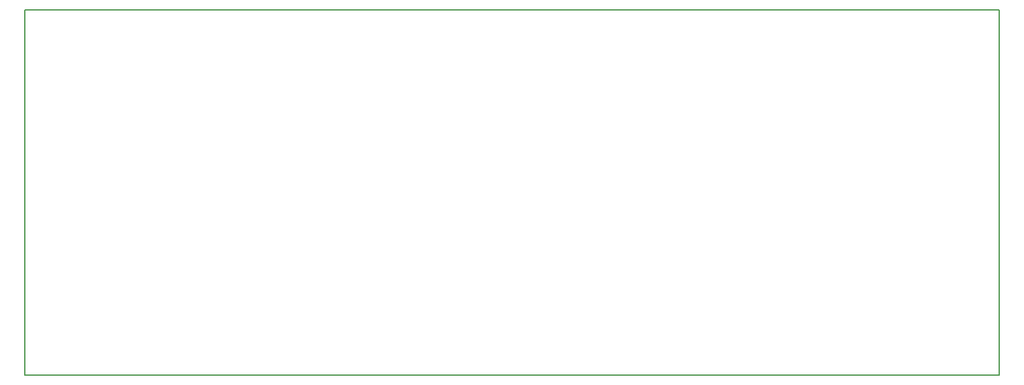
<source format=gko>
G04 #@! TF.FileFunction,Profile,NP*
%FSLAX46Y46*%
G04 Gerber Fmt 4.6, Leading zero omitted, Abs format (unit mm)*
G04 Created by KiCad (PCBNEW 4.0.4-stable) date 02/07/18 19:09:10*
%MOMM*%
%LPD*%
G01*
G04 APERTURE LIST*
%ADD10C,0.100000*%
%ADD11C,0.150000*%
G04 APERTURE END LIST*
D10*
D11*
X54000000Y-42000000D02*
X187000000Y-42000000D01*
X54000000Y-92000000D02*
X54000000Y-42000000D01*
X187000000Y-92000000D02*
X54000000Y-92000000D01*
X187000000Y-42000000D02*
X187000000Y-92000000D01*
M02*

</source>
